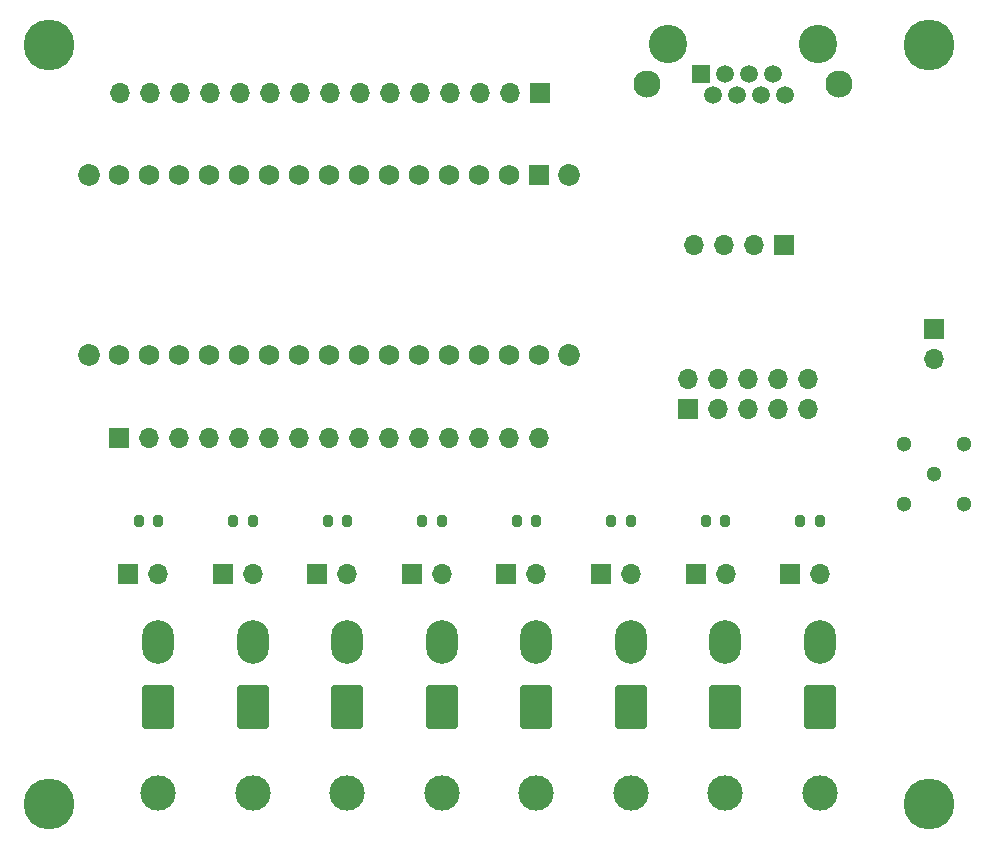
<source format=gbr>
%TF.GenerationSoftware,KiCad,Pcbnew,(6.0.1-0)*%
%TF.CreationDate,2022-11-29T12:21:40+01:00*%
%TF.ProjectId,nano_board,6e616e6f-5f62-46f6-9172-642e6b696361,rev?*%
%TF.SameCoordinates,Original*%
%TF.FileFunction,Soldermask,Top*%
%TF.FilePolarity,Negative*%
%FSLAX46Y46*%
G04 Gerber Fmt 4.6, Leading zero omitted, Abs format (unit mm)*
G04 Created by KiCad (PCBNEW (6.0.1-0)) date 2022-11-29 12:21:40*
%MOMM*%
%LPD*%
G01*
G04 APERTURE LIST*
G04 Aperture macros list*
%AMRoundRect*
0 Rectangle with rounded corners*
0 $1 Rounding radius*
0 $2 $3 $4 $5 $6 $7 $8 $9 X,Y pos of 4 corners*
0 Add a 4 corners polygon primitive as box body*
4,1,4,$2,$3,$4,$5,$6,$7,$8,$9,$2,$3,0*
0 Add four circle primitives for the rounded corners*
1,1,$1+$1,$2,$3*
1,1,$1+$1,$4,$5*
1,1,$1+$1,$6,$7*
1,1,$1+$1,$8,$9*
0 Add four rect primitives between the rounded corners*
20,1,$1+$1,$2,$3,$4,$5,0*
20,1,$1+$1,$4,$5,$6,$7,0*
20,1,$1+$1,$6,$7,$8,$9,0*
20,1,$1+$1,$8,$9,$2,$3,0*%
G04 Aperture macros list end*
%ADD10C,4.300000*%
%ADD11RoundRect,0.200000X0.200000X0.275000X-0.200000X0.275000X-0.200000X-0.275000X0.200000X-0.275000X0*%
%ADD12R,1.700000X1.700000*%
%ADD13O,1.700000X1.700000*%
%ADD14C,3.250000*%
%ADD15R,1.500000X1.500000*%
%ADD16C,1.500000*%
%ADD17C,2.300000*%
%ADD18C,3.000000*%
%ADD19RoundRect,0.250001X1.099999X1.599999X-1.099999X1.599999X-1.099999X-1.599999X1.099999X-1.599999X0*%
%ADD20O,2.700000X3.700000*%
%ADD21C,1.300000*%
%ADD22C,1.850000*%
%ADD23C,1.727200*%
%ADD24R,1.727200X1.727200*%
G04 APERTURE END LIST*
D10*
%TO.C,REF\u002A\u002A*%
X94750000Y-110000000D03*
%TD*%
D11*
%TO.C,R4*%
X136000000Y-86000000D03*
X134350000Y-86000000D03*
%TD*%
%TO.C,R2*%
X120000000Y-86000000D03*
X118350000Y-86000000D03*
%TD*%
%TO.C,R0*%
X104000000Y-86000000D03*
X102350000Y-86000000D03*
%TD*%
%TO.C,R3*%
X128000000Y-86000000D03*
X126350000Y-86000000D03*
%TD*%
D12*
%TO.C,NTC6-Pin0*%
X149500000Y-90525000D03*
D13*
X152040000Y-90525000D03*
%TD*%
D14*
%TO.C,J0*%
X147150000Y-45600000D03*
X159850000Y-45600000D03*
D15*
X149940000Y-48140000D03*
D16*
X150956000Y-49920000D03*
X151972000Y-48140000D03*
X152988000Y-49920000D03*
X154004000Y-48140000D03*
X155020000Y-49920000D03*
X156036000Y-48140000D03*
X157052000Y-49920000D03*
D17*
X145370000Y-49030000D03*
X161630000Y-49030000D03*
%TD*%
D12*
%TO.C,I2C-Pins0*%
X156980000Y-62600000D03*
D13*
X154440000Y-62600000D03*
X151900000Y-62600000D03*
X149360000Y-62600000D03*
%TD*%
D11*
%TO.C,R1*%
X112000000Y-86000000D03*
X110350000Y-86000000D03*
%TD*%
D12*
%TO.C,Freq_Pins0*%
X169700000Y-69760000D03*
D13*
X169700000Y-72300000D03*
%TD*%
D12*
%TO.C,ArdTopPins0*%
X136283000Y-49750000D03*
D13*
X133743000Y-49750000D03*
X131203000Y-49750000D03*
X128663000Y-49750000D03*
X126123000Y-49750000D03*
X123583000Y-49750000D03*
X121043000Y-49750000D03*
X118503000Y-49750000D03*
X115963000Y-49750000D03*
X113423000Y-49750000D03*
X110883000Y-49750000D03*
X108343000Y-49750000D03*
X105803000Y-49750000D03*
X103263000Y-49750000D03*
X100723000Y-49750000D03*
%TD*%
D18*
%TO.C,NTC5*%
X144000000Y-109025000D03*
D19*
X144000000Y-101725000D03*
D20*
X144000000Y-96225000D03*
%TD*%
D11*
%TO.C,R6*%
X152000000Y-86000000D03*
X150350000Y-86000000D03*
%TD*%
D21*
%TO.C,J2*%
X169710000Y-82060000D03*
X172250000Y-79520000D03*
X167170000Y-79520000D03*
X167170000Y-84600000D03*
X172250000Y-84600000D03*
%TD*%
D12*
%TO.C,NTC7-Pin0*%
X157460000Y-90525000D03*
D13*
X160000000Y-90525000D03*
%TD*%
D22*
%TO.C,XA0*%
X98150000Y-56708000D03*
X138790000Y-56708000D03*
X138790000Y-71948000D03*
X98150000Y-71948000D03*
D23*
X103230000Y-71948000D03*
X128630000Y-71948000D03*
X108310000Y-71948000D03*
X110850000Y-71948000D03*
X113390000Y-71948000D03*
X115930000Y-71948000D03*
X118470000Y-71948000D03*
X121010000Y-71948000D03*
X123550000Y-71948000D03*
X126090000Y-71948000D03*
X105770000Y-71948000D03*
X133710000Y-56708000D03*
D24*
X136250000Y-56708000D03*
D23*
X126090000Y-56708000D03*
X123550000Y-56708000D03*
X121010000Y-56708000D03*
X118470000Y-56708000D03*
X115930000Y-56708000D03*
X113390000Y-56708000D03*
X110850000Y-56708000D03*
X108310000Y-56708000D03*
X105770000Y-56708000D03*
X103230000Y-56708000D03*
X100690000Y-56708000D03*
X100690000Y-71948000D03*
X128630000Y-56708000D03*
X133710000Y-71948000D03*
X131170000Y-56708000D03*
X131170000Y-71948000D03*
X136250000Y-71948000D03*
%TD*%
D18*
%TO.C,NTC0*%
X104000000Y-109050000D03*
D19*
X104000000Y-101750000D03*
D20*
X104000000Y-96250000D03*
%TD*%
D10*
%TO.C,REF\u002A\u002A*%
X94750000Y-45750000D03*
%TD*%
D12*
%TO.C,NTC3-Pin0*%
X125460000Y-90525000D03*
D13*
X128000000Y-90525000D03*
%TD*%
D11*
%TO.C,R5*%
X144000000Y-86000000D03*
X142350000Y-86000000D03*
%TD*%
D12*
%TO.C,J1*%
X148825000Y-76505000D03*
D13*
X148825000Y-73965000D03*
X151365000Y-76505000D03*
X151365000Y-73965000D03*
X153905000Y-76505000D03*
X153905000Y-73965000D03*
X156445000Y-76505000D03*
X156445000Y-73965000D03*
X158985000Y-76505000D03*
X158985000Y-73965000D03*
%TD*%
D18*
%TO.C,NTC6*%
X152000000Y-109050000D03*
D19*
X152000000Y-101750000D03*
D20*
X152000000Y-96250000D03*
%TD*%
D10*
%TO.C,REF\u002A\u002A*%
X169250000Y-45750000D03*
%TD*%
%TO.C,REF\u002A\u002A*%
X169250000Y-110000000D03*
%TD*%
D18*
%TO.C,NTC4*%
X136000000Y-109025000D03*
D19*
X136000000Y-101725000D03*
D20*
X136000000Y-96225000D03*
%TD*%
D18*
%TO.C,NTC2*%
X120000000Y-109050000D03*
D19*
X120000000Y-101750000D03*
D20*
X120000000Y-96250000D03*
%TD*%
D18*
%TO.C,NTC3*%
X128000000Y-109025000D03*
D19*
X128000000Y-101725000D03*
D20*
X128000000Y-96225000D03*
%TD*%
D18*
%TO.C,NTC7*%
X160000000Y-109025000D03*
D19*
X160000000Y-101725000D03*
D20*
X160000000Y-96225000D03*
%TD*%
D18*
%TO.C,NTC1*%
X112000000Y-109025000D03*
D19*
X112000000Y-101725000D03*
D20*
X112000000Y-96225000D03*
%TD*%
D12*
%TO.C,NTC5-Pin0*%
X141500000Y-90525000D03*
D13*
X144040000Y-90525000D03*
%TD*%
D12*
%TO.C,NTC0-Pin0*%
X101460000Y-90525000D03*
D13*
X104000000Y-90525000D03*
%TD*%
D11*
%TO.C,R7*%
X160000000Y-86000000D03*
X158350000Y-86000000D03*
%TD*%
D12*
%TO.C,NTC4-Pin0*%
X133460000Y-90525000D03*
D13*
X136000000Y-90525000D03*
%TD*%
D12*
%TO.C,NTC1-Pin0*%
X109460000Y-90525000D03*
D13*
X112000000Y-90525000D03*
%TD*%
D12*
%TO.C,ArdNanoBotPins0*%
X100670000Y-79000000D03*
D13*
X103210000Y-79000000D03*
X105750000Y-79000000D03*
X108290000Y-79000000D03*
X110830000Y-79000000D03*
X113370000Y-79000000D03*
X115910000Y-79000000D03*
X118450000Y-79000000D03*
X120990000Y-79000000D03*
X123530000Y-79000000D03*
X126070000Y-79000000D03*
X128610000Y-79000000D03*
X131150000Y-79000000D03*
X133690000Y-79000000D03*
X136230000Y-79000000D03*
%TD*%
D12*
%TO.C,NTC2-Pin0*%
X117460000Y-90525000D03*
D13*
X120000000Y-90525000D03*
%TD*%
M02*

</source>
